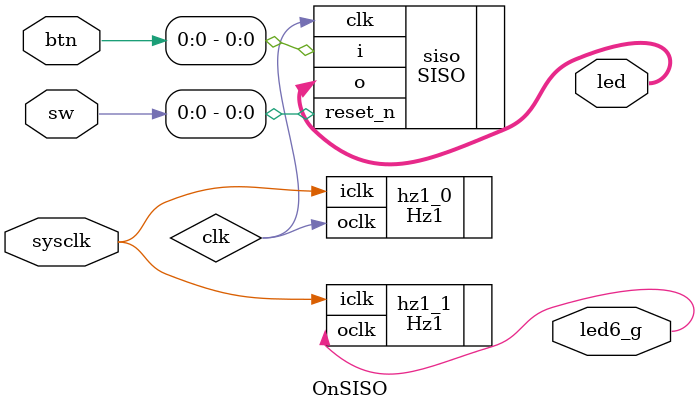
<source format=v>
`timescale 1ns / 1ps


module OnSISO(
    output led6_g,
    output [3:0]led,
    input sysclk,
    input[3:0]sw,
    input [3:0]btn
    );
    
    wire clk;
    
    Hz1#(125000000, 1) hz1_0(.oclk(clk), .iclk(sysclk));
    Hz1#(125000000, 1) hz1_1(.oclk(led6_g), .iclk(sysclk));
    
    SISO #(4) siso(.o(led), .clk(clk), .reset_n(sw[0]), .i(btn[0]));
endmodule

</source>
